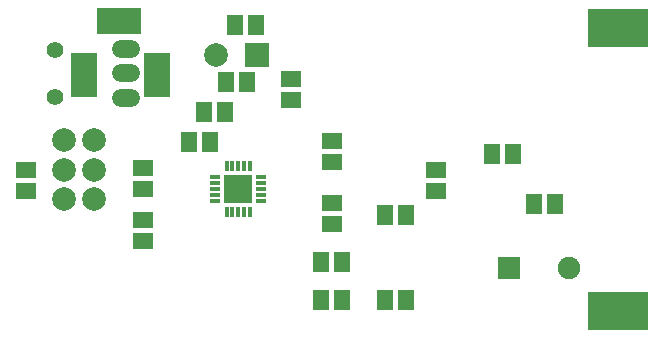
<source format=gbs>
G04*
G04 #@! TF.GenerationSoftware,Altium Limited,Altium Designer,20.0.2 (26)*
G04*
G04 Layer_Color=16711935*
%FSLAX25Y25*%
%MOIN*%
G70*
G01*
G75*
%ADD24R,0.05367X0.06587*%
%ADD27R,0.06587X0.05367*%
%ADD34O,0.09461X0.05918*%
%ADD35C,0.05524*%
%ADD36R,0.14973X0.08674*%
%ADD37R,0.08674X0.14973*%
%ADD38R,0.07493X0.07493*%
%ADD39C,0.07493*%
%ADD40R,0.20485X0.12611*%
%ADD41R,0.07887X0.07887*%
%ADD42C,0.07887*%
%ADD43C,0.07887*%
%ADD59O,0.01502X0.03550*%
%ADD60O,0.03550X0.01502*%
%ADD61R,0.09455X0.09455*%
D24*
X173760Y179528D02*
D03*
X180768D02*
D03*
X241299Y145276D02*
D03*
X234291D02*
D03*
X283996Y148900D02*
D03*
X291004D02*
D03*
X269823Y165748D02*
D03*
X276831D02*
D03*
X213032Y129724D02*
D03*
X220039D02*
D03*
Y116929D02*
D03*
X213032D02*
D03*
X234291D02*
D03*
X241299D02*
D03*
X176043Y169685D02*
D03*
X169035D02*
D03*
X188248Y189665D02*
D03*
X181240D02*
D03*
X191201Y208760D02*
D03*
X184193D02*
D03*
D27*
X114469Y153189D02*
D03*
Y160197D02*
D03*
X153543Y160984D02*
D03*
Y153976D02*
D03*
X202756Y190512D02*
D03*
Y183504D02*
D03*
X251181Y153386D02*
D03*
Y160394D02*
D03*
X153543Y143661D02*
D03*
Y136653D02*
D03*
X216535Y142165D02*
D03*
Y149173D02*
D03*
Y162933D02*
D03*
Y169941D02*
D03*
D34*
X147736Y200776D02*
D03*
Y192508D02*
D03*
Y184240D02*
D03*
D35*
X124114Y200382D02*
D03*
Y184634D02*
D03*
D36*
X145669Y210039D02*
D03*
D37*
X158268Y191929D02*
D03*
X133858D02*
D03*
D38*
X275571Y127756D02*
D03*
D39*
X295571D02*
D03*
D40*
X312008Y207677D02*
D03*
Y113287D02*
D03*
D41*
X191535Y198721D02*
D03*
D42*
X177756D02*
D03*
D43*
X137205Y170177D02*
D03*
Y150492D02*
D03*
Y160335D02*
D03*
X127362Y170177D02*
D03*
Y160335D02*
D03*
Y150492D02*
D03*
D59*
X189272Y146358D02*
D03*
X187303D02*
D03*
X185335D02*
D03*
X183366D02*
D03*
X181398D02*
D03*
Y161713D02*
D03*
X183366D02*
D03*
X185335D02*
D03*
X187303D02*
D03*
X189272D02*
D03*
D60*
X177657Y150098D02*
D03*
Y152067D02*
D03*
Y154035D02*
D03*
Y156004D02*
D03*
Y157972D02*
D03*
X193012D02*
D03*
Y156004D02*
D03*
Y154035D02*
D03*
Y152067D02*
D03*
Y150098D02*
D03*
D61*
X185335Y154035D02*
D03*
M02*

</source>
